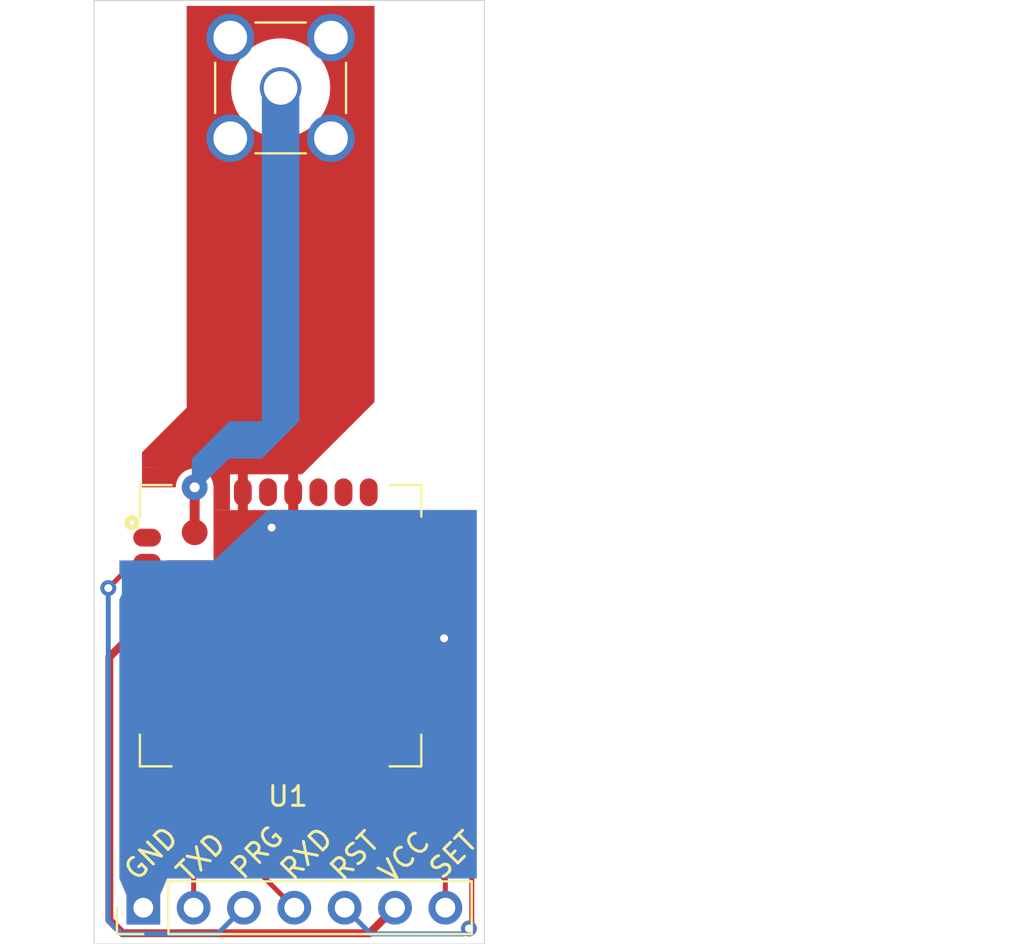
<source format=kicad_pcb>
(kicad_pcb (version 20171130) (host pcbnew "(5.1.8)-1")

  (general
    (thickness 1)
    (drawings 14)
    (tracks 60)
    (zones 0)
    (modules 2)
    (nets 29)
  )

  (page A4)
  (layers
    (0 F.Cu signal)
    (31 B.Cu signal)
    (32 B.Adhes user hide)
    (33 F.Adhes user hide)
    (34 B.Paste user hide)
    (35 F.Paste user hide)
    (36 B.SilkS user hide)
    (37 F.SilkS user)
    (38 B.Mask user hide)
    (39 F.Mask user hide)
    (40 Dwgs.User user)
    (41 Cmts.User user)
    (42 Eco1.User user hide)
    (43 Eco2.User user hide)
    (44 Edge.Cuts user)
    (45 Margin user hide)
    (46 B.CrtYd user hide)
    (47 F.CrtYd user hide)
    (48 B.Fab user hide)
    (49 F.Fab user hide)
  )

  (setup
    (last_trace_width 0.25)
    (user_trace_width 0.4)
    (trace_clearance 0.2)
    (zone_clearance 0)
    (zone_45_only no)
    (trace_min 0.2)
    (via_size 0.8)
    (via_drill 0.4)
    (via_min_size 0.4)
    (via_min_drill 0.3)
    (uvia_size 0.3)
    (uvia_drill 0.1)
    (uvias_allowed no)
    (uvia_min_size 0.2)
    (uvia_min_drill 0.1)
    (edge_width 0.05)
    (segment_width 0.2)
    (pcb_text_width 0.3)
    (pcb_text_size 1.5 1.5)
    (mod_edge_width 0.12)
    (mod_text_size 1 1)
    (mod_text_width 0.15)
    (pad_size 1.524 1.524)
    (pad_drill 0.762)
    (pad_to_mask_clearance 0)
    (aux_axis_origin 0 0)
    (visible_elements 7FFFFFFF)
    (pcbplotparams
      (layerselection 0x010ec_ffffffff)
      (usegerberextensions false)
      (usegerberattributes true)
      (usegerberadvancedattributes true)
      (creategerberjobfile true)
      (excludeedgelayer true)
      (linewidth 0.100000)
      (plotframeref false)
      (viasonmask false)
      (mode 1)
      (useauxorigin false)
      (hpglpennumber 1)
      (hpglpenspeed 20)
      (hpglpendiameter 15.000000)
      (psnegative false)
      (psa4output false)
      (plotreference true)
      (plotvalue true)
      (plotinvisibletext false)
      (padsonsilk false)
      (subtractmaskfromsilk false)
      (outputformat 1)
      (mirror false)
      (drillshape 0)
      (scaleselection 1)
      (outputdirectory "gerber/"))
  )

  (net 0 "")
  (net 1 /SET)
  (net 2 /VCC)
  (net 3 /RST)
  (net 4 /RXD)
  (net 5 /PRG)
  (net 6 /TXD)
  (net 7 /TWE_GND)
  (net 8 "Net-(U1-Pad25)")
  (net 9 "Net-(U1-Pad27)")
  (net 10 "Net-(U1-Pad26)")
  (net 11 "Net-(U1-Pad7)")
  (net 12 "Net-(U1-Pad4)")
  (net 13 "Net-(U1-Pad6)")
  (net 14 "Net-(U1-Pad1)")
  (net 15 "Net-(U1-Pad3)")
  (net 16 "Net-(U1-Pad10)")
  (net 17 "Net-(U1-Pad11)")
  (net 18 "Net-(U1-Pad12)")
  (net 19 "Net-(U1-Pad14)")
  (net 20 "Net-(U1-Pad15)")
  (net 21 "Net-(U1-Pad16)")
  (net 22 "Net-(U1-Pad17)")
  (net 23 "Net-(U1-Pad18)")
  (net 24 "Net-(U1-Pad19)")
  (net 25 "Net-(U1-Pad24)")
  (net 26 "Net-(U1-Pad22)")
  (net 27 "Net-(U1-Pad23)")
  (net 28 "Net-(U1-Pad29)")

  (net_class Default "This is the default net class."
    (clearance 0.2)
    (trace_width 0.25)
    (via_dia 0.8)
    (via_drill 0.4)
    (uvia_dia 0.3)
    (uvia_drill 0.1)
    (add_net /PRG)
    (add_net /RST)
    (add_net /RXD)
    (add_net /SET)
    (add_net /TWE_GND)
    (add_net /TXD)
    (add_net /VCC)
    (add_net "Net-(U1-Pad1)")
    (add_net "Net-(U1-Pad10)")
    (add_net "Net-(U1-Pad11)")
    (add_net "Net-(U1-Pad12)")
    (add_net "Net-(U1-Pad14)")
    (add_net "Net-(U1-Pad15)")
    (add_net "Net-(U1-Pad16)")
    (add_net "Net-(U1-Pad17)")
    (add_net "Net-(U1-Pad18)")
    (add_net "Net-(U1-Pad19)")
    (add_net "Net-(U1-Pad22)")
    (add_net "Net-(U1-Pad23)")
    (add_net "Net-(U1-Pad24)")
    (add_net "Net-(U1-Pad25)")
    (add_net "Net-(U1-Pad26)")
    (add_net "Net-(U1-Pad27)")
    (add_net "Net-(U1-Pad29)")
    (add_net "Net-(U1-Pad3)")
    (add_net "Net-(U1-Pad4)")
    (add_net "Net-(U1-Pad6)")
    (add_net "Net-(U1-Pad7)")
  )

  (module MonoWireless:MonoWireless_TWELITE-SMD_SMA-Connector (layer F.Cu) (tedit 600137BF) (tstamp 5FFEB71F)
    (at 112.9096 74.103601)
    (descr https://www.mono-wireless.com/jp/products/TWE-LITE/MW-PDS-TWELITE-JP.pdf)
    (tags "TWELITE TWE-L-WX MW-R-WX SMA")
    (path /5FFEB28A)
    (fp_text reference U1 (at 0.365736 8.612759) (layer F.SilkS)
      (effects (font (size 1 1) (thickness 0.15)))
    )
    (fp_text value TWE-L-WX (at 0.5 10.5) (layer F.Fab)
      (effects (font (size 1 1) (thickness 0.15)))
    )
    (fp_line (start 10.795 5.715) (end 10.795 -15.24) (layer Cmts.User) (width 0.1))
    (fp_line (start 37.465 5.715) (end 10.795 5.715) (layer Cmts.User) (width 0.1))
    (fp_line (start 37.465 -15.24) (end 37.465 5.715) (layer Cmts.User) (width 0.1))
    (fp_line (start 10.795 -15.24) (end 37.465 -15.24) (layer Cmts.User) (width 0.1))
    (fp_line (start -5.655 -5.045) (end -7 -7) (layer B.CrtYd) (width 0.05))
    (fp_line (start -5.405 -4.525) (end -5.655 -5.045) (layer B.CrtYd) (width 0.05))
    (fp_line (start -5.165 -4.075) (end -5.405 -4.525) (layer B.CrtYd) (width 0.05))
    (fp_line (start -4.875 -3.825) (end -4.565 -3.675) (layer B.CrtYd) (width 0.05))
    (fp_line (start -3.175024 -23.970361) (end 3.174976 -23.970361) (layer F.Fab) (width 0.1))
    (fp_line (start -3.175024 -30.320361) (end -3.175024 -23.970361) (layer F.Fab) (width 0.1))
    (fp_line (start 3.174976 -30.320361) (end -3.175024 -30.320361) (layer F.Fab) (width 0.1))
    (fp_line (start 3.174976 -24.605361) (end 3.174976 -30.320361) (layer F.Fab) (width 0.1))
    (fp_line (start -4.565 -3.675) (end -3.4 -3.2) (layer B.CrtYd) (width 0.05))
    (fp_line (start -5.165 -4.075) (end -4.875 -3.825) (layer B.CrtYd) (width 0.05))
    (fp_line (start -7 -9) (end -7 -7) (layer B.CrtYd) (width 0.05))
    (fp_line (start -4.9 -11.1) (end -7 -9) (layer B.CrtYd) (width 0.05))
    (fp_line (start -4.9 -31.3) (end -4.9 -11.1) (layer B.CrtYd) (width 0.05))
    (fp_line (start 4.9 -31.3) (end -4.9 -31.3) (layer B.CrtYd) (width 0.05))
    (fp_line (start 4.9 -11.3) (end 4.9 -31.3) (layer B.CrtYd) (width 0.05))
    (fp_line (start 1.1 -7.5) (end 4.9 -11.3) (layer B.CrtYd) (width 0.05))
    (fp_line (start 1.1 -5.6) (end 1.1 -7.5) (layer B.CrtYd) (width 0.05))
    (fp_line (start -3.4 -5.6) (end 1.1 -5.6) (layer B.CrtYd) (width 0.05))
    (fp_line (start -3.4 -3.2) (end -3.4 -5.6) (layer B.CrtYd) (width 0.05))
    (fp_line (start -4.9 -11.1) (end -7.7 -8.3) (layer F.CrtYd) (width 0.05))
    (fp_line (start -4.9 -31.3) (end -4.9 -11.1) (layer F.CrtYd) (width 0.05))
    (fp_line (start 4.9 -11.3) (end 4.9 -31.3) (layer F.CrtYd) (width 0.05))
    (fp_line (start 1.3 -7.7) (end 4.9 -11.3) (layer F.CrtYd) (width 0.05))
    (fp_line (start 7.7 -7.7) (end 1.3 -7.7) (layer F.CrtYd) (width 0.05))
    (fp_line (start -7.1 7.1) (end -7.1 5.5) (layer F.SilkS) (width 0.12))
    (fp_line (start -7.1 -7.1) (end -7.1 -5.5) (layer F.SilkS) (width 0.12))
    (fp_line (start 7.1 -7.1) (end 5.5 -7.1) (layer F.SilkS) (width 0.12))
    (fp_line (start -7.1 -7.1) (end -5.5 -7.1) (layer F.SilkS) (width 0.12))
    (fp_line (start 7.1 7.1) (end 7.1 5.5) (layer F.SilkS) (width 0.12))
    (fp_line (start 7.1 7.1) (end 5.5 7.1) (layer F.SilkS) (width 0.12))
    (fp_circle (center -7.5 -5.2) (end -7.4 -5.2) (layer F.SilkS) (width 0.3))
    (fp_line (start -5.5 7.1) (end -7.1 7.1) (layer F.SilkS) (width 0.12))
    (fp_line (start 7.1 -7.1) (end 7.1 -5.5) (layer F.SilkS) (width 0.12))
    (fp_line (start -6.985 -6.25) (end -6.985 6.985) (layer F.Fab) (width 0.1))
    (fp_line (start -7.69 7.69) (end 7.69 7.69) (layer F.CrtYd) (width 0.05))
    (fp_line (start -6.25 -6.985) (end -6.985 -6.25) (layer F.Fab) (width 0.1))
    (fp_line (start -6.985 6.985) (end 6.985 6.985) (layer F.Fab) (width 0.1))
    (fp_line (start 6.985 6.985) (end 6.985 -6.985) (layer F.Fab) (width 0.1))
    (fp_line (start 4.9 -31.3) (end -4.9 -31.3) (layer F.CrtYd) (width 0.05))
    (fp_line (start 6.985 -6.985) (end -6.25 -6.985) (layer F.Fab) (width 0.1))
    (fp_line (start 7.7 7.69) (end 7.7 -7.7) (layer F.CrtYd) (width 0.05))
    (fp_line (start -7.7 -8.3) (end -7.69 7.69) (layer F.CrtYd) (width 0.05))
    (fp_circle (center -4.335 -4.715) (end -4.035 -4.715) (layer F.Paste) (width 0.75))
    (fp_poly (pts (xy -4.480775 -8.433138) (xy -4.460775 -7.959999) (xy -6.994662 -7.984999) (xy -6.994662 -8.747678)) (layer F.Cu) (width 0))
    (fp_poly (pts (xy -4.610775 -8.009999) (xy -4.480775 -8.433138) (xy 4.739975 -11.289711) (xy 1.088381 -7.638117)
      (xy -2.5551 -7.638117) (xy -3.035775 -7.359999) (xy -3.410775 -7.359999) (xy -3.560775 -7.659999)
      (xy -3.860775 -7.859999) (xy -4.310775 -8.034999)) (layer F.Cu) (width 0))
    (fp_poly (pts (xy -5.160775 -7.609999) (xy -5.335775 -6.984999) (xy -6.994662 -6.984318) (xy -6.994662 -7.984999)
      (xy -4.585775 -7.984999)) (layer F.Cu) (width 0))
    (fp_poly (pts (xy -2.5551 -7.638117) (xy -2.555099 -5.835) (xy -3.385775 -5.834999) (xy -3.385775 -7.634999)
      (xy -2.5551 -7.638117)) (layer F.Cu) (width 0))
    (fp_poly (pts (xy 1.08458 -3.175) (xy -3.385775 -3.174999) (xy -3.385775 -5.834999) (xy 1.084999 -5.835)) (layer F.Cu) (width 0))
    (fp_poly (pts (xy -4.085775 -5.21) (xy -4.585775 -5.22) (xy -4.585775 -6.385) (xy -4.085775 -6.385)) (layer F.Cu) (width 0))
    (fp_poly (pts (xy 0.885 -5.809999) (xy 0.385 -5.809999) (xy 0.385 -7.638117) (xy 0.885 -7.638117)) (layer F.Cu) (width 0))
    (fp_poly (pts (xy -1.654999 -5.809999) (xy -2.154999 -5.809999) (xy -2.154999 -7.638117) (xy -1.654999 -7.638117)) (layer F.Cu) (width 0))
    (fp_circle (center -0.000024 -27.145361) (end 2.599976 -27.145361) (layer F.Cu) (width 0.2))
    (fp_poly (pts (xy 4.739975 -11.289711) (xy -0.500024 -14.745361) (xy -0.000024 -24.545361) (xy 0.699976 -24.645361)
      (xy 1.599976 -25.045361) (xy 1.599976 -24.845361) (xy 1.699976 -24.145361) (xy 1.999976 -23.745361)
      (xy 2.399976 -23.645361) (xy 2.899976 -23.645361) (xy 3.199976 -23.845361) (xy 3.499976 -24.245361)
      (xy 3.399976 -24.845361) (xy 3.199976 -25.345361) (xy 2.699976 -25.645361) (xy 2.099976 -25.545361)
      (xy 2.399976 -26.145361) (xy 2.599976 -27.045361) (xy 2.499976 -27.745361) (xy 2.199976 -28.545361)
      (xy 2.199976 -28.845361) (xy 2.699976 -28.745361) (xy 3.099976 -28.945361) (xy 3.399976 -29.245361)
      (xy 3.499976 -29.745361) (xy 3.299976 -30.245361) (xy 2.799976 -30.645361) (xy 2.199976 -30.645361)
      (xy 1.799976 -30.345361) (xy 1.599976 -29.945361) (xy 1.599976 -29.545361) (xy 1.699976 -29.245361)
      (xy 1.199976 -29.445361) (xy 0.299976 -29.745361) (xy -0.200024 -29.745361) (xy -0.000024 -31.285361)
      (xy 4.739975 -31.285361)) (layer F.Cu) (width 0))
    (fp_poly (pts (xy 0.199976 -29.845361) (xy -0.800024 -29.645361) (xy -1.600024 -29.145361) (xy -1.600024 -30.045361)
      (xy -2.000024 -30.445361) (xy -2.500024 -30.645361) (xy -3.100024 -30.445361) (xy -3.500024 -29.945361)
      (xy -3.400024 -29.145361) (xy -2.800024 -28.745361) (xy -2.100024 -28.845361) (xy -2.500024 -27.845361)
      (xy -2.600024 -26.845361) (xy -2.300024 -25.945361) (xy -2.100024 -25.445361) (xy -2.700024 -25.645361)
      (xy -3.300024 -25.245361) (xy -3.500024 -24.645361) (xy -3.400024 -24.045361) (xy -2.700024 -23.645361)
      (xy -1.900024 -23.845361) (xy -1.600024 -24.345361) (xy -1.700024 -25.045361) (xy 0.099976 -24.445361)
      (xy 0.099976 -14.645361) (xy -4.740025 -11.002316) (xy -4.740025 -31.285361) (xy -0.000024 -31.285361)) (layer F.Cu) (width 0))
    (fp_poly (pts (xy 4.739975 -11.289711) (xy 1.199976 -8.845361) (xy 1.099976 -8.845361) (xy -4.400024 -8.145361)
      (xy -6.994662 -8.747678) (xy -4.740025 -11.002316) (xy 0.699976 -15.545361)) (layer F.Cu) (width 0))
    (fp_poly (pts (xy -0.835775 -26.684999) (xy -0.435775 -26.284999) (xy 0.264225 -26.184999) (xy 0.664225 -26.484999)
      (xy 0.964225 -26.984999) (xy 0.944975 -26.490017) (xy 0.944975 -10.323138) (xy -0.945024 -8.433138)
      (xy -2.590775 -8.433138) (xy -3.764903 -7.295813) (xy -4.065775 -7.494999) (xy -4.195775 -7.554999)
      (xy -4.335775 -7.584999) (xy -4.480775 -7.61862) (xy -4.480775 -8.433138) (xy -2.590775 -10.323138)
      (xy -0.945024 -10.323138) (xy -0.945024 -26.490017) (xy -0.945775 -26.884999)) (layer B.Cu) (width 0))
    (fp_circle (center -2.540024 -24.605361) (end -1.490024 -24.605361) (layer B.Cu) (width 0.3))
    (fp_circle (center 2.539976 -24.605361) (end 3.589976 -24.605361) (layer B.Mask) (width 0.3))
    (fp_circle (center 2.539976 -29.685361) (end 3.589976 -29.685361) (layer B.Cu) (width 0.3))
    (fp_circle (center -2.540024 -29.685361) (end -1.490024 -29.685361) (layer B.Cu) (width 0.3))
    (fp_circle (center -4.335775 -6.985) (end -4.235775 -6.985) (layer F.Mask) (width 0.3))
    (fp_circle (center 2.539976 -24.605361) (end 3.589976 -24.605361) (layer B.Cu) (width 0.3))
    (fp_circle (center -2.540024 -24.605361) (end -1.490024 -24.605361) (layer B.Mask) (width 0.3))
    (fp_circle (center 2.539976 -29.685361) (end 3.589976 -29.685361) (layer B.Mask) (width 0.3))
    (fp_circle (center -2.540024 -29.685361) (end -1.490024 -29.685361) (layer B.Mask) (width 0.3))
    (fp_line (start -6.164544 -6.193841) (end -8.382024 -6.093841) (layer Cmts.User) (width 0.12))
    (fp_poly (pts (xy 4.739616 -11.288141) (xy 1.089636 -7.635621) (xy 1.09 -5.6) (xy -3.4 -5.6)
      (xy -3.4 -3.2) (xy -4.725 -3.755) (xy -5.045 -3.985) (xy -5.305 -4.325)
      (xy -5.674384 -5.065141) (xy -7.005344 -6.998081) (xy -7.000264 -8.758301) (xy -4.752364 -10.988421)
      (xy -4.739664 -31.285561) (xy 4.74 -31.29)) (layer Cmts.User) (width 0))
    (fp_line (start 3.301976 -25.875361) (end 3.301976 -28.415361) (layer F.SilkS) (width 0.12))
    (fp_line (start 1.269976 -30.447361) (end -1.270024 -30.447361) (layer F.SilkS) (width 0.12))
    (fp_line (start -3.302024 -28.415361) (end -3.302024 -25.875361) (layer F.SilkS) (width 0.12))
    (fp_line (start -1.270024 -23.843361) (end 1.269976 -23.843361) (layer F.SilkS) (width 0.12))
    (fp_text user "RF CERTIFICATION: REFER THE FOLLOWING SITE." (at 11.25 -14.05) (layer Cmts.User)
      (effects (font (size 0.6 0.5) (thickness 0.08)) (justify left))
    )
    (fp_text user https://twelite.gitbook.io/general/radio-cert/design-sma-conn (at 11.27 -12.98) (layer Cmts.User)
      (effects (font (size 0.6 0.5) (thickness 0.08)) (justify left))
    )
    (fp_text user "* SEE LICENSE NOTICE FOR FURTHER DETAILS" (at 12.26 4.6) (layer Cmts.User)
      (effects (font (size 0.6 0.5) (thickness 0.08)) (justify left))
    )
    (fp_text user "- USE WITHOUT ANY LOYALTY FEE" (at 12.2 0.06) (layer Cmts.User)
      (effects (font (size 0.6 0.5) (thickness 0.08)) (justify left))
    )
    (fp_text user "WITH LICENSE NOTICE OF \"MW-SLA-1\"" (at 13.22 3.49) (layer Cmts.User)
      (effects (font (size 0.6 0.5) (thickness 0.08)) (justify left))
    )
    (fp_text user "- REDISTRIBUTE THIS OR MODIFIED DESIGN" (at 12.16 2.32) (layer Cmts.User)
      (effects (font (size 0.6 0.5) (thickness 0.08)) (justify left))
    )
    (fp_text user "- USE FOR COMMERCIAL PURPOSE" (at 12.16 1.15) (layer Cmts.User)
      (effects (font (size 0.6 0.5) (thickness 0.08)) (justify left))
    )
    (fp_text user "AS LONG AS USED WITH TWELITE RF MODULE, YOU CAN ..." (at 12.14 -1.08) (layer Cmts.User)
      (effects (font (size 0.6 0.5) (thickness 0.08)) (justify left))
    )
    (fp_text user "GENERAL NOTICES:" (at 11.26 -11.01) (layer Cmts.User)
      (effects (font (size 0.6 0.5) (thickness 0.08)) (justify left))
    )
    (fp_text user "- \"DRC\" WILL HAVE SOME WARNINGS/ERRORS" (at 11.29 -7.81) (layer Cmts.User)
      (effects (font (size 0.6 0.5) (thickness 0.08)) (justify left))
    )
    (fp_text user "- PCB MATERIAL FR-4, T=1.0mm (2 or 4Layers)" (at 11.27 -9.84) (layer Cmts.User)
      (effects (font (size 0.6 0.5) (thickness 0.08)) (justify left))
    )
    (fp_text user "- NEVER CHANGE \"DO NOT WIRE\" AREA" (at 11.27 -8.82) (layer Cmts.User)
      (effects (font (size 0.6 0.5) (thickness 0.08)) (justify left))
    )
    (fp_text user "Copyright (C) 2021 Mono Wireless Inc. All Rights Reserved." (at 11.25 -5.4) (layer Cmts.User)
      (effects (font (size 0.6 0.5) (thickness 0.08)) (justify left))
    )
    (fp_text user "THIS DEISGN IS RELEASED UNDER \"MW-SLA-1\"." (at 11.99 -4.08) (layer Cmts.User)
      (effects (font (size 0.6 0.5) (thickness 0.08)) (justify left))
    )
    (fp_text user https://mono-wireless.com/jp/products/TWE-NET/license.html (at 12.04 -2.99) (layer Cmts.User)
      (effects (font (size 0.6 0.5) (thickness 0.08)) (justify left))
    )
    (fp_arc (start -4.335775 -6.984999) (end -3.335775 -6.984999) (angle -177.5) (layer F.Cu) (width 0.1))
    (fp_text user "DO NOT WIRE" (at -11.176024 -6.063361) (layer Cmts.User)
      (effects (font (size 0.5 0.5) (thickness 0.05)))
    )
    (fp_text user "DUMMY PAD 31,32" (at -10.668024 -11.651361) (layer Cmts.User)
      (effects (font (size 0.5 0.5) (thickness 0.05)))
    )
    (fp_arc (start -4.335 -4.715) (end -5.335 -4.715) (angle -90) (layer Cmts.User) (width 0.1))
    (pad 17 smd oval (at 6.735 4.445) (size 1.4 0.9) (layers F.Cu F.Paste F.Mask)
      (net 22 "Net-(U1-Pad17)") (zone_connect 0))
    (pad 9 smd oval (at -4.445 6.735 270) (size 1.4 0.9) (layers F.Cu F.Paste F.Mask)
      (net 4 /RXD) (zone_connect 0))
    (pad 1 smd oval (at -6.735 -4.445 180) (size 1.4 0.9) (layers F.Cu F.Paste F.Mask)
      (net 14 "Net-(U1-Pad1)") (zone_connect 0))
    (pad 25 smd oval (at 4.445 -6.735 90) (size 1.4 0.9) (layers F.Cu F.Paste F.Mask)
      (net 8 "Net-(U1-Pad25)") (zone_connect 0))
    (pad "" thru_hole circle (at -4.335775 -6.984999) (size 1.3 1.3) (drill 0.5) (layers *.Cu B.Mask)
      (zone_connect 0))
    (pad "" thru_hole custom (at 2.539976 -24.605361 270) (size 2.1 2.1) (drill 1.7) (layers *.Cu *.Mask)
      (zone_connect 0)
      (options (clearance outline) (anchor circle))
      (primitives
        (gr_poly (pts
           (xy 0.715 0.175) (xy 0.315 0.175) (xy 0.315 -0.225) (xy 0.715 -0.225)) (width 0.1))
        (gr_circle (center 0.5 0) (end 0.8 0) (width 0.3))
        (gr_poly (pts
           (xy 0.45 0.45) (xy -0.05 0.45) (xy -0.05 -0.45) (xy 0.45 -0.45)) (width 0))
      ))
    (pad "" thru_hole custom (at -2.540024 -24.605361 270) (size 2.1 2.1) (drill 1.7) (layers *.Cu *.Mask)
      (zone_connect 0)
      (options (clearance outline) (anchor circle))
      (primitives
        (gr_poly (pts
           (xy 0.715 0.175) (xy 0.315 0.175) (xy 0.315 -0.225) (xy 0.715 -0.225)) (width 0.1))
        (gr_circle (center 0.5 0) (end 0.8 0) (width 0.3))
        (gr_poly (pts
           (xy 0.45 0.45) (xy -0.05 0.45) (xy -0.05 -0.45) (xy 0.45 -0.45)) (width 0))
      ))
    (pad "" thru_hole custom (at -2.540024 -29.685361 270) (size 2.1 2.1) (drill 1.7) (layers *.Cu *.Mask)
      (zone_connect 0)
      (options (clearance outline) (anchor circle))
      (primitives
        (gr_poly (pts
           (xy 0.715 0.175) (xy 0.315 0.175) (xy 0.315 -0.225) (xy 0.715 -0.225)) (width 0.1))
        (gr_circle (center 0.5 0) (end 0.8 0) (width 0.3))
        (gr_poly (pts
           (xy 0.45 0.45) (xy -0.05 0.45) (xy -0.05 -0.45) (xy 0.45 -0.45)) (width 0))
      ))
    (pad "" thru_hole custom (at 2.539976 -29.685361 270) (size 2.1 2.1) (drill 1.7) (layers *.Cu *.Mask)
      (zone_connect 0)
      (options (clearance outline) (anchor circle))
      (primitives
        (gr_poly (pts
           (xy 0.715 0.175) (xy 0.315 0.175) (xy 0.315 -0.225) (xy 0.715 -0.225)) (width 0.1))
        (gr_circle (center 0.5 0) (end 0.8 0) (width 0.3))
        (gr_poly (pts
           (xy 0.45 0.45) (xy -0.05 0.45) (xy -0.05 -0.45) (xy 0.45 -0.45)) (width 0))
      ))
    (pad "" thru_hole custom (at -0.000024 -27.145361 270) (size 2.1 2.1) (drill 1.7) (layers *.Cu *.Mask)
      (zone_connect 0)
      (options (clearance outline) (anchor circle))
      (primitives
        (gr_poly (pts
           (xy 0.715 0.175) (xy 0.315 0.175) (xy 0.315 -0.225) (xy 0.715 -0.225)) (width 0.1))
        (gr_circle (center 0.5 0) (end 0.8 0) (width 0.3))
        (gr_poly (pts
           (xy 0.45 0.45) (xy -0.05 0.45) (xy -0.05 -0.45) (xy 0.45 -0.45)) (width 0))
      ))
    (pad "" smd circle (at -4.335 -4.715) (size 1.3 1.3) (layers F.Cu F.Mask)
      (zone_connect 0))
    (pad 31 smd custom (at -6.6 -11.9 270) (size 0.9 0.9) (layers Dwgs.User)
      (zone_connect 0)
      (options (clearance outline) (anchor circle))
      (primitives
        (gr_poly (pts
           (xy 0.715 0.175) (xy 0.315 0.175) (xy 0.315 -0.225) (xy 0.715 -0.225)) (width 0.1))
        (gr_circle (center 0.5 0) (end 0.8 0) (width 0.3))
        (gr_poly (pts
           (xy 0.45 0.45) (xy -0.05 0.45) (xy -0.05 -0.45) (xy 0.45 -0.45)) (width 0))
      ))
    (pad 32 smd custom (at -5.5 -11.9 270) (size 0.9 0.9) (layers Dwgs.User)
      (net 7 /TWE_GND) (zone_connect 0)
      (options (clearance outline) (anchor circle))
      (primitives
        (gr_poly (pts
           (xy 0.715 0.175) (xy 0.315 0.175) (xy 0.315 -0.225) (xy 0.715 -0.225)) (width 0.1))
        (gr_circle (center 0.5 0) (end 0.8 0) (width 0.3))
        (gr_poly (pts
           (xy 0.45 0.45) (xy -0.05 0.45) (xy -0.05 -0.45) (xy 0.45 -0.45)) (width 0))
      ))
    (pad 2 smd oval (at -6.735 -3.175 180) (size 1.4 0.9) (layers F.Cu F.Paste F.Mask)
      (net 5 /PRG) (zone_connect 0))
    (pad 3 smd oval (at -6.735 -1.905 180) (size 1.4 0.9) (layers F.Cu F.Paste F.Mask)
      (net 15 "Net-(U1-Pad3)") (zone_connect 0))
    (pad 4 smd oval (at -6.735 -0.635 180) (size 1.4 0.9) (layers F.Cu F.Paste F.Mask)
      (net 12 "Net-(U1-Pad4)") (zone_connect 0))
    (pad 5 smd oval (at -6.735 0.635 180) (size 1.4 0.9) (layers F.Cu F.Paste F.Mask)
      (net 2 /VCC) (zone_connect 0))
    (pad 6 smd oval (at -6.735 1.905 180) (size 1.4 0.9) (layers F.Cu F.Paste F.Mask)
      (net 13 "Net-(U1-Pad6)") (zone_connect 0))
    (pad 7 smd oval (at -6.735 3.175 180) (size 1.4 0.9) (layers F.Cu F.Paste F.Mask)
      (net 11 "Net-(U1-Pad7)") (zone_connect 0))
    (pad 8 smd oval (at -6.735 4.445 180) (size 1.4 0.9) (layers F.Cu F.Paste F.Mask)
      (net 6 /TXD) (zone_connect 0))
    (pad 10 smd oval (at -3.175 6.735 270) (size 1.4 0.9) (layers F.Cu F.Paste F.Mask)
      (net 16 "Net-(U1-Pad10)") (zone_connect 0))
    (pad 11 smd oval (at -1.905 6.735 270) (size 1.4 0.9) (layers F.Cu F.Paste F.Mask)
      (net 17 "Net-(U1-Pad11)") (zone_connect 0))
    (pad 12 smd oval (at -0.635 6.735 270) (size 1.4 0.9) (layers F.Cu F.Paste F.Mask)
      (net 18 "Net-(U1-Pad12)") (zone_connect 0))
    (pad 13 smd oval (at 0.635 6.735 270) (size 1.4 0.9) (layers F.Cu F.Paste F.Mask)
      (net 1 /SET) (zone_connect 0))
    (pad 14 smd oval (at 1.905 6.735 270) (size 1.4 0.9) (layers F.Cu F.Paste F.Mask)
      (net 19 "Net-(U1-Pad14)") (zone_connect 0))
    (pad 15 smd oval (at 3.175 6.735 270) (size 1.4 0.9) (layers F.Cu F.Paste F.Mask)
      (net 20 "Net-(U1-Pad15)") (zone_connect 0))
    (pad 16 smd oval (at 4.445 6.735 270) (size 1.4 0.9) (layers F.Cu F.Paste F.Mask)
      (net 21 "Net-(U1-Pad16)") (zone_connect 0))
    (pad 18 smd oval (at 6.735 3.175) (size 1.4 0.9) (layers F.Cu F.Paste F.Mask)
      (net 23 "Net-(U1-Pad18)") (zone_connect 0))
    (pad 19 smd oval (at 6.735 1.905) (size 1.4 0.9) (layers F.Cu F.Paste F.Mask)
      (net 24 "Net-(U1-Pad19)") (zone_connect 0))
    (pad 20 smd oval (at 6.735 0.635) (size 1.4 0.9) (layers F.Cu F.Paste F.Mask)
      (net 7 /TWE_GND) (zone_connect 0))
    (pad 21 smd oval (at 6.735 -0.635) (size 1.4 0.9) (layers F.Cu F.Paste F.Mask)
      (net 3 /RST) (zone_connect 0))
    (pad 22 smd oval (at 6.735 -1.905) (size 1.4 0.9) (layers F.Cu F.Paste F.Mask)
      (net 26 "Net-(U1-Pad22)") (zone_connect 0))
    (pad 23 smd oval (at 6.735 -3.175) (size 1.4 0.9) (layers F.Cu F.Paste F.Mask)
      (net 27 "Net-(U1-Pad23)") (zone_connect 0))
    (pad 24 smd oval (at 6.735 -4.445) (size 1.4 0.9) (layers F.Cu F.Paste F.Mask)
      (net 25 "Net-(U1-Pad24)") (zone_connect 0))
    (pad 26 smd oval (at 3.175 -6.735 90) (size 1.4 0.9) (layers F.Cu F.Paste F.Mask)
      (net 10 "Net-(U1-Pad26)") (zone_connect 0))
    (pad 27 smd oval (at 1.905 -6.735 90) (size 1.4 0.9) (layers F.Cu F.Paste F.Mask)
      (net 9 "Net-(U1-Pad27)") (zone_connect 0))
    (pad 28 smd oval (at 0.635 -6.735 90) (size 1.4 0.9) (layers F.Cu F.Paste F.Mask)
      (net 7 /TWE_GND) (zone_connect 0))
    (pad 29 smd oval (at -0.635 -6.735 90) (size 1.4 0.9) (layers F.Cu F.Paste F.Mask)
      (net 28 "Net-(U1-Pad29)") (zone_connect 0))
    (pad 30 smd oval (at -1.905 -6.735 90) (size 1.4 0.9) (layers F.Cu F.Paste F.Mask)
      (net 7 /TWE_GND) (zone_connect 0))
  )

  (module Connector_PinHeader_2.54mm:PinHeader_1x07_P2.54mm_Vertical (layer F.Cu) (tedit 59FED5CC) (tstamp 5FFEB6CB)
    (at 105.9815 88.3412 90)
    (descr "Through hole straight pin header, 1x07, 2.54mm pitch, single row")
    (tags "Through hole pin header THT 1x07 2.54mm single row")
    (path /5FE4409B)
    (fp_text reference J2 (at 0 -2.33 90) (layer F.Fab)
      (effects (font (size 1 1) (thickness 0.15)))
    )
    (fp_text value Conn_01x07_Female (at 0 17.57 90) (layer F.Fab)
      (effects (font (size 1 1) (thickness 0.15)))
    )
    (fp_line (start -0.635 -1.27) (end 1.27 -1.27) (layer F.Fab) (width 0.1))
    (fp_line (start 1.27 -1.27) (end 1.27 16.51) (layer F.Fab) (width 0.1))
    (fp_line (start 1.27 16.51) (end -1.27 16.51) (layer F.Fab) (width 0.1))
    (fp_line (start -1.27 16.51) (end -1.27 -0.635) (layer F.Fab) (width 0.1))
    (fp_line (start -1.27 -0.635) (end -0.635 -1.27) (layer F.Fab) (width 0.1))
    (fp_line (start -1.33 16.57) (end 1.33 16.57) (layer F.SilkS) (width 0.12))
    (fp_line (start -1.33 1.27) (end -1.33 16.57) (layer F.SilkS) (width 0.12))
    (fp_line (start 1.33 1.27) (end 1.33 16.57) (layer F.SilkS) (width 0.12))
    (fp_line (start -1.33 1.27) (end 1.33 1.27) (layer F.SilkS) (width 0.12))
    (fp_line (start -1.33 0) (end -1.33 -1.33) (layer F.SilkS) (width 0.12))
    (fp_line (start -1.33 -1.33) (end 0 -1.33) (layer F.SilkS) (width 0.12))
    (fp_line (start -1.8 -1.8) (end -1.8 17.05) (layer F.CrtYd) (width 0.05))
    (fp_line (start -1.8 17.05) (end 1.8 17.05) (layer F.CrtYd) (width 0.05))
    (fp_line (start 1.8 17.05) (end 1.8 -1.8) (layer F.CrtYd) (width 0.05))
    (fp_line (start 1.8 -1.8) (end -1.8 -1.8) (layer F.CrtYd) (width 0.05))
    (fp_text user %R (at 0 7.62) (layer F.Fab)
      (effects (font (size 1 1) (thickness 0.15)))
    )
    (pad 7 thru_hole oval (at 0 15.24 90) (size 1.7 1.7) (drill 1) (layers *.Cu *.Mask)
      (net 1 /SET))
    (pad 6 thru_hole oval (at 0 12.7 90) (size 1.7 1.7) (drill 1) (layers *.Cu *.Mask)
      (net 2 /VCC))
    (pad 5 thru_hole oval (at 0 10.16 90) (size 1.7 1.7) (drill 1) (layers *.Cu *.Mask)
      (net 3 /RST))
    (pad 4 thru_hole oval (at 0 7.62 90) (size 1.7 1.7) (drill 1) (layers *.Cu *.Mask)
      (net 4 /RXD))
    (pad 3 thru_hole oval (at 0 5.08 90) (size 1.7 1.7) (drill 1) (layers *.Cu *.Mask)
      (net 5 /PRG))
    (pad 2 thru_hole oval (at 0 2.54 90) (size 1.7 1.7) (drill 1) (layers *.Cu *.Mask)
      (net 6 /TXD))
    (pad 1 thru_hole rect (at 0 0 90) (size 1.7 1.7) (drill 1) (layers *.Cu *.Mask)
      (net 7 /TWE_GND))
    (model ${KISYS3DMOD}/Connector_PinHeader_2.54mm.3dshapes/PinHeader_1x07_P2.54mm_Vertical.wrl
      (at (xyz 0 0 0))
      (scale (xyz 1 1 1))
      (rotate (xyz 0 0 0))
    )
  )

  (gr_text SET (at 121.6152 85.6742 45) (layer F.SilkS) (tstamp 6000472A)
    (effects (font (size 1 1) (thickness 0.15)))
  )
  (gr_text VCC (at 119.1514 85.7758 45) (layer F.SilkS) (tstamp 60004726)
    (effects (font (size 1 1) (thickness 0.15)))
  )
  (gr_text RST (at 116.6368 85.7123 45) (layer F.SilkS) (tstamp 60004721)
    (effects (font (size 1 1) (thickness 0.15)))
  )
  (gr_text RXD (at 114.2111 85.6107 45) (layer F.SilkS)
    (effects (font (size 1 1) (thickness 0.15)))
  )
  (gr_text PRG (at 111.7219 85.5472 45) (layer F.SilkS)
    (effects (font (size 1 1) (thickness 0.15)))
  )
  (gr_text TXD (at 108.8898 85.8012 45) (layer F.SilkS)
    (effects (font (size 1 1) (thickness 0.15)))
  )
  (gr_text GND (at 106.3752 85.6107 45) (layer F.SilkS)
    (effects (font (size 1 1) (thickness 0.15)))
  )
  (gr_poly (pts (xy 122.809 86.868) (xy 104.775 86.868) (xy 104.775 72.771) (xy 104.902 72.517) (xy 104.902 72.0725) (xy 104.902 71.755) (xy 104.775 71.501) (xy 104.775 70.81012) (xy 109.5375 70.81012) (xy 112.268 68.2625) (xy 122.809 68.2625)) (layer B.Cu) (width 0))
  (gr_poly (pts (xy 106.807 87.757) (xy 105.156 87.757) (xy 104.775 86.868) (xy 107.188 86.868)) (layer B.Cu) (width 0))
  (gr_poly (pts (xy 113.8555 68.326) (xy 113.9952 68.27012) (xy 114.1095 68.326) (xy 118.618 68.326) (xy 118.618 79.883) (xy 107.188 79.883) (xy 107.188 70.8025) (xy 109.5375 70.8025) (xy 109.5375 70.3834) (xy 111.6965 69.7865) (xy 112.2045 68.326)) (layer F.Cu) (width 0))
  (gr_line (start 103.505 42.545) (end 103.505 90.17) (layer Edge.Cuts) (width 0.05) (tstamp 5FFEB82C))
  (gr_line (start 123.19 42.545) (end 103.505 42.545) (layer Edge.Cuts) (width 0.05) (tstamp 60002408))
  (gr_line (start 123.19 90.17) (end 123.19 42.545) (layer Edge.Cuts) (width 0.05))
  (gr_line (start 103.505 90.17) (end 123.19 90.17) (layer Edge.Cuts) (width 0.05))

  (segment (start 121.2215 88.3412) (end 121.2215 86.9315) (width 0.25) (layer F.Cu) (net 1))
  (segment (start 121.2215 86.9315) (end 118.11 83.82) (width 0.25) (layer F.Cu) (net 1))
  (segment (start 118.11 83.82) (end 115.57 83.82) (width 0.25) (layer F.Cu) (net 1))
  (segment (start 113.5446 81.7946) (end 113.5446 80.588601) (width 0.25) (layer F.Cu) (net 1))
  (segment (start 115.57 83.82) (end 113.5446 81.7946) (width 0.25) (layer F.Cu) (net 1))
  (segment (start 105.220399 74.738601) (end 105.9246 74.738601) (width 0.4) (layer F.Cu) (net 2))
  (segment (start 104.267 75.692) (end 105.220399 74.738601) (width 0.4) (layer F.Cu) (net 2))
  (segment (start 104.267 88.9635) (end 104.267 75.692) (width 0.4) (layer F.Cu) (net 2))
  (segment (start 104.9335 89.63) (end 104.267 88.9635) (width 0.4) (layer F.Cu) (net 2))
  (segment (start 117.3927 89.63) (end 104.9335 89.63) (width 0.4) (layer F.Cu) (net 2))
  (segment (start 118.6815 88.3412) (end 117.3927 89.63) (width 0.4) (layer F.Cu) (net 2))
  (via (at 122.409979 89.389979) (size 0.8) (drill 0.4) (layers F.Cu B.Cu) (net 3))
  (segment (start 122.137958 89.662) (end 122.409979 89.389979) (width 0.25) (layer B.Cu) (net 3))
  (segment (start 117.4623 89.662) (end 122.137958 89.662) (width 0.25) (layer B.Cu) (net 3))
  (segment (start 116.1415 88.3412) (end 117.4623 89.662) (width 0.25) (layer B.Cu) (net 3))
  (segment (start 122.555 89.244958) (end 122.409979 89.389979) (width 0.25) (layer F.Cu) (net 3))
  (segment (start 122.555 75.057) (end 122.555 89.244958) (width 0.25) (layer F.Cu) (net 3))
  (segment (start 120.966601 73.468601) (end 122.555 75.057) (width 0.25) (layer F.Cu) (net 3))
  (segment (start 119.3946 73.468601) (end 120.966601 73.468601) (width 0.25) (layer F.Cu) (net 3))
  (segment (start 108.4646 83.2043) (end 108.4646 80.588601) (width 0.25) (layer F.Cu) (net 4))
  (segment (start 113.6015 88.3412) (end 108.4646 83.2043) (width 0.25) (layer F.Cu) (net 4))
  (segment (start 105.601399 70.928601) (end 105.9246 70.928601) (width 0.25) (layer F.Cu) (net 5))
  (segment (start 104.013 72.1995) (end 104.013 72.1995) (width 0.4) (layer B.Cu) (net 5) (tstamp 5FFFFC38))
  (via (at 104.2162 72.20712) (size 0.8) (drill 0.4) (layers F.Cu B.Cu) (net 5) (tstamp 60002949))
  (segment (start 104.22382 72.1995) (end 104.013 72.1995) (width 0.25) (layer F.Cu) (net 5))
  (segment (start 105.494719 70.928601) (end 104.22382 72.1995) (width 0.25) (layer F.Cu) (net 5))
  (segment (start 105.9246 70.928601) (end 105.494719 70.928601) (width 0.25) (layer F.Cu) (net 5))
  (segment (start 104.2162 72.4027) (end 104.013 72.1995) (width 0.25) (layer B.Cu) (net 5))
  (segment (start 104.2162 88.995902) (end 104.2162 72.4027) (width 0.25) (layer B.Cu) (net 5))
  (segment (start 109.728 89.662) (end 104.882298 89.662) (width 0.25) (layer B.Cu) (net 5))
  (segment (start 111.0488 88.3412) (end 109.728 89.662) (width 0.25) (layer B.Cu) (net 5))
  (segment (start 104.882298 89.662) (end 104.2162 88.995902) (width 0.25) (layer B.Cu) (net 5))
  (segment (start 111.0615 88.3412) (end 111.0488 88.3412) (width 0.25) (layer B.Cu) (net 5))
  (segment (start 108.5215 84.3915) (end 108.5215 88.3412) (width 0.25) (layer F.Cu) (net 6))
  (segment (start 105.9246 81.7946) (end 108.5215 84.3915) (width 0.25) (layer F.Cu) (net 6))
  (segment (start 105.9246 78.548601) (end 105.9246 81.7946) (width 0.25) (layer F.Cu) (net 6))
  (segment (start 114.313599 74.738601) (end 112.205399 74.738601) (width 0.4) (layer B.Cu) (net 7))
  (via (at 121.158 74.7395) (size 0.8) (drill 0.4) (layers F.Cu B.Cu) (net 7))
  (segment (start 119.3946 74.738601) (end 119.344699 74.6887) (width 0.4) (layer F.Cu) (net 7))
  (segment (start 113.5446 67.118601) (end 113.5446 72.739) (width 0.4) (layer F.Cu) (net 7))
  (segment (start 113.5446 69.9201) (end 113.5446 67.118601) (width 0.4) (layer F.Cu) (net 7))
  (segment (start 118.3132 74.6887) (end 113.5446 69.9201) (width 0.4) (layer F.Cu) (net 7))
  (segment (start 105.9815 80.9625) (end 112.205399 74.738601) (width 0.4) (layer B.Cu) (net 7))
  (segment (start 105.9815 88.3412) (end 105.9815 80.9625) (width 0.4) (layer B.Cu) (net 7))
  (segment (start 121.157101 74.738601) (end 121.158 74.7395) (width 0.4) (layer F.Cu) (net 7))
  (segment (start 119.3946 74.738601) (end 121.157101 74.738601) (width 0.4) (layer F.Cu) (net 7))
  (segment (start 112.2045 74.7395) (end 105.9815 80.9625) (width 0.4) (layer B.Cu) (net 7))
  (segment (start 121.158 74.7395) (end 112.2045 74.7395) (width 0.4) (layer B.Cu) (net 7))
  (segment (start 111.0046 67.945785) (end 111.0046 67.118601) (width 0.4) (layer F.Cu) (net 7))
  (segment (start 119.3946 74.738601) (end 117.797416 74.738601) (width 0.4) (layer F.Cu) (net 7))
  (segment (start 111.0046 67.118601) (end 111.0046 65.6524) (width 0.4) (layer F.Cu) (net 7))
  (segment (start 111.0046 65.6524) (end 111.3155 65.3415) (width 0.4) (layer F.Cu) (net 7))
  (segment (start 111.3155 65.3415) (end 112.9665 65.3415) (width 0.4) (layer F.Cu) (net 7))
  (segment (start 113.5446 65.9196) (end 113.5446 67.118601) (width 0.4) (layer F.Cu) (net 7))
  (segment (start 112.9665 65.3415) (end 113.5446 65.9196) (width 0.4) (layer F.Cu) (net 7))
  (via (at 112.4585 69.1515) (size 0.8) (drill 0.4) (layers F.Cu B.Cu) (net 7) (tstamp 60001CBA))
  (segment (start 111.0046 69.1449) (end 110.998 69.1515) (width 0.4) (layer F.Cu) (net 7))
  (segment (start 111.0046 67.118601) (end 111.0046 69.1449) (width 0.4) (layer F.Cu) (net 7))
  (segment (start 111.0112 69.1515) (end 111.0046 69.1449) (width 0.4) (layer F.Cu) (net 7))
  (segment (start 112.268 69.1515) (end 111.0112 69.1515) (width 0.4) (layer F.Cu) (net 7))

)

</source>
